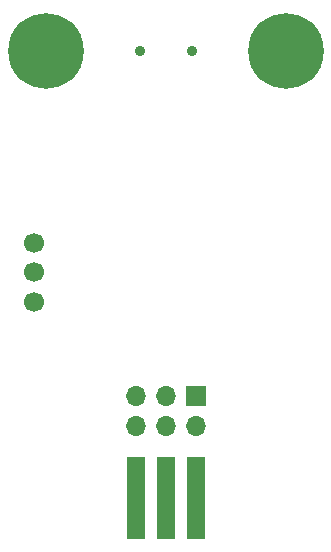
<source format=gbr>
%TF.GenerationSoftware,KiCad,Pcbnew,(5.1.10)-1*%
%TF.CreationDate,2021-09-08T15:10:06+01:00*%
%TF.ProjectId,Tiny-Pogo-AVR,54696e79-2d50-46f6-976f-2d4156522e6b,rev?*%
%TF.SameCoordinates,Original*%
%TF.FileFunction,Soldermask,Bot*%
%TF.FilePolarity,Negative*%
%FSLAX46Y46*%
G04 Gerber Fmt 4.6, Leading zero omitted, Abs format (unit mm)*
G04 Created by KiCad (PCBNEW (5.1.10)-1) date 2021-09-08 15:10:06*
%MOMM*%
%LPD*%
G01*
G04 APERTURE LIST*
%ADD10C,0.800000*%
%ADD11C,6.400000*%
%ADD12C,0.900000*%
%ADD13C,1.700000*%
%ADD14O,1.700000X1.700000*%
%ADD15R,1.700000X1.700000*%
%ADD16R,1.500000X7.000000*%
G04 APERTURE END LIST*
D10*
%TO.C,H2*%
X150287056Y-61802944D03*
X148590000Y-61100000D03*
X146892944Y-61802944D03*
X146190000Y-63500000D03*
X146892944Y-65197056D03*
X148590000Y-65900000D03*
X150287056Y-65197056D03*
X150990000Y-63500000D03*
D11*
X148590000Y-63500000D03*
%TD*%
D10*
%TO.C,H1*%
X129967056Y-61802944D03*
X128270000Y-61100000D03*
X126572944Y-61802944D03*
X125870000Y-63500000D03*
X126572944Y-65197056D03*
X128270000Y-65900000D03*
X129967056Y-65197056D03*
X130670000Y-63500000D03*
D11*
X128270000Y-63500000D03*
%TD*%
D12*
%TO.C,J2*%
X136230000Y-63500000D03*
X140630000Y-63500000D03*
%TD*%
D13*
%TO.C,Y1*%
X127254000Y-84756000D03*
X127254000Y-82256000D03*
X127254000Y-79756000D03*
%TD*%
D14*
%TO.C,J3*%
X135890000Y-95250000D03*
X135890000Y-92710000D03*
X138430000Y-95250000D03*
X138430000Y-92710000D03*
X140970000Y-95250000D03*
D15*
X140970000Y-92710000D03*
%TD*%
D16*
%TO.C,J1*%
X135890000Y-101346000D03*
X138430000Y-101346000D03*
X140970000Y-101346000D03*
%TD*%
M02*

</source>
